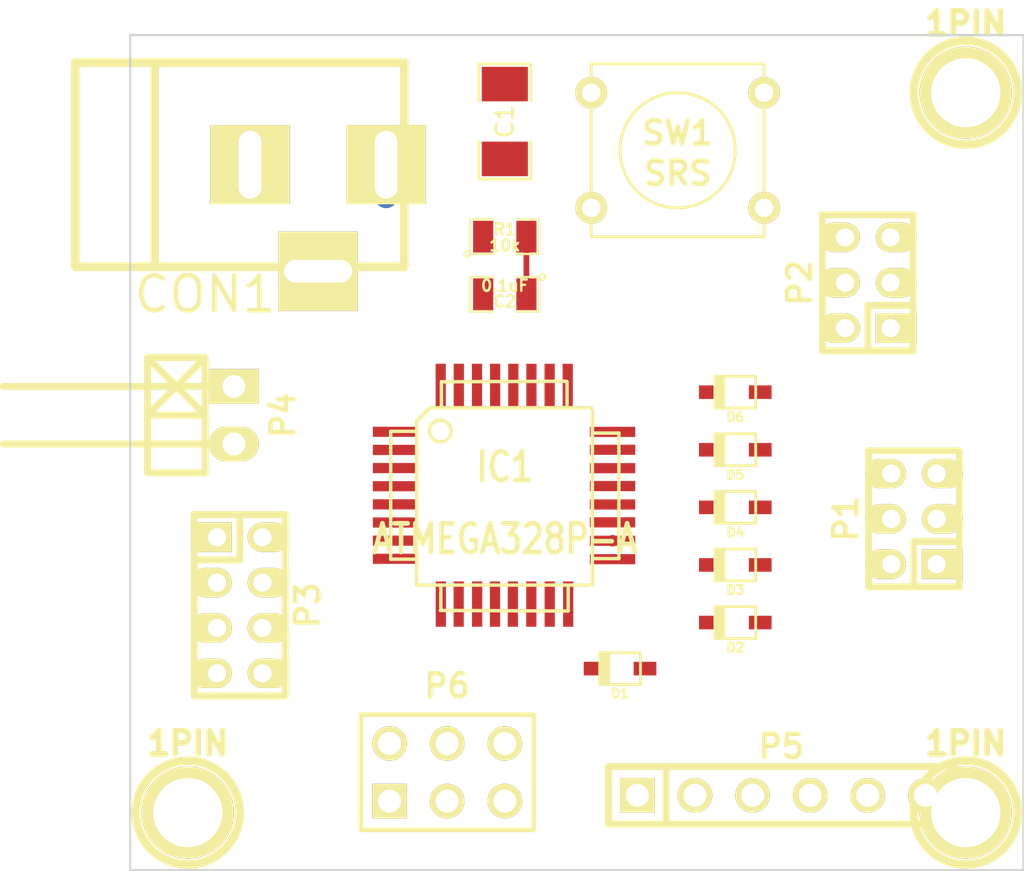
<source format=kicad_pcb>
(kicad_pcb (version 3) (host pcbnew "(2014-01-10 BZR 4027)-stable")

  (general
    (links 56)
    (no_connects 55)
    (area 150.550879 70.739 193.484501 110.617)
    (thickness 1.6)
    (drawings 4)
    (tracks 11)
    (zones 0)
    (modules 21)
    (nets 32)
  )

  (page A3)
  (layers
    (15 F.Cu signal)
    (0 B.Cu signal)
    (16 B.Adhes user)
    (17 F.Adhes user)
    (18 B.Paste user)
    (19 F.Paste user)
    (20 B.SilkS user)
    (21 F.SilkS user)
    (22 B.Mask user)
    (23 F.Mask user)
    (24 Dwgs.User user)
    (25 Cmts.User user)
    (26 Eco1.User user)
    (27 Eco2.User user)
    (28 Edge.Cuts user)
  )

  (setup
    (last_trace_width 0.254)
    (trace_clearance 0.254)
    (zone_clearance 0.508)
    (zone_45_only no)
    (trace_min 0.254)
    (segment_width 0.2)
    (edge_width 0.1)
    (via_size 0.889)
    (via_drill 0.635)
    (via_min_size 0.889)
    (via_min_drill 0.508)
    (uvia_size 0.508)
    (uvia_drill 0.127)
    (uvias_allowed no)
    (uvia_min_size 0.508)
    (uvia_min_drill 0.127)
    (pcb_text_width 0.3)
    (pcb_text_size 1.5 1.5)
    (mod_edge_width 0.15)
    (mod_text_size 1 1)
    (mod_text_width 0.15)
    (pad_size 4.064 4.064)
    (pad_drill 3.048)
    (pad_to_mask_clearance 0)
    (aux_axis_origin 0 0)
    (visible_elements 7FFFFBFF)
    (pcbplotparams
      (layerselection 3178497)
      (usegerberextensions true)
      (excludeedgelayer true)
      (linewidth 0.150000)
      (plotframeref false)
      (viasonmask false)
      (mode 1)
      (useauxorigin false)
      (hpglpennumber 1)
      (hpglpenspeed 20)
      (hpglpendiameter 15)
      (hpglpenoverlay 2)
      (psnegative false)
      (psa4output false)
      (plotreference true)
      (plotvalue true)
      (plotothertext true)
      (plotinvisibletext false)
      (padsonsilk false)
      (subtractmaskfromsilk false)
      (outputformat 1)
      (mirror false)
      (drillshape 1)
      (scaleselection 1)
      (outputdirectory ""))
  )

  (net 0 "")
  (net 1 GND)
  (net 2 N-000001)
  (net 3 N-0000010)
  (net 4 N-0000011)
  (net 5 N-0000012)
  (net 6 N-0000013)
  (net 7 N-0000014)
  (net 8 N-0000015)
  (net 9 N-0000016)
  (net 10 N-0000017)
  (net 11 N-0000018)
  (net 12 N-0000019)
  (net 13 N-000002)
  (net 14 N-0000020)
  (net 15 N-0000021)
  (net 16 N-0000024)
  (net 17 N-0000025)
  (net 18 N-0000026)
  (net 19 N-000003)
  (net 20 N-0000031)
  (net 21 N-0000032)
  (net 22 N-0000033)
  (net 23 N-0000034)
  (net 24 N-0000035)
  (net 25 N-000004)
  (net 26 N-000005)
  (net 27 N-000006)
  (net 28 N-000007)
  (net 29 N-000008)
  (net 30 N-000009)
  (net 31 VCC)

  (net_class Default "This is the default net class."
    (clearance 0.254)
    (trace_width 0.254)
    (via_dia 0.889)
    (via_drill 0.635)
    (uvia_dia 0.508)
    (uvia_drill 0.127)
    (add_net "")
    (add_net GND)
    (add_net N-000001)
    (add_net N-0000010)
    (add_net N-0000011)
    (add_net N-0000012)
    (add_net N-0000013)
    (add_net N-0000014)
    (add_net N-0000015)
    (add_net N-0000016)
    (add_net N-0000017)
    (add_net N-0000018)
    (add_net N-0000019)
    (add_net N-000002)
    (add_net N-0000020)
    (add_net N-0000021)
    (add_net N-0000024)
    (add_net N-0000025)
    (add_net N-0000026)
    (add_net N-000003)
    (add_net N-0000031)
    (add_net N-0000032)
    (add_net N-0000033)
    (add_net N-0000034)
    (add_net N-0000035)
    (add_net N-000004)
    (add_net N-000005)
    (add_net N-000006)
    (add_net N-000007)
    (add_net N-000008)
    (add_net N-000009)
  )

  (net_class PWR ""
    (clearance 0.508)
    (trace_width 1.016)
    (via_dia 0.889)
    (via_drill 0.635)
    (uvia_dia 0.508)
    (uvia_drill 0.127)
    (add_net VCC)
  )

  (net_class PWRIC ""
    (clearance 0.254)
    (trace_width 0.508)
    (via_dia 0.889)
    (via_drill 0.635)
    (uvia_dia 0.508)
    (uvia_drill 0.127)
  )

  (module TQFP32 (layer F.Cu) (tedit 5408BB72) (tstamp 5408CD8F)
    (at 170.18 92.71)
    (path /53F3A6E6)
    (fp_text reference IC1 (at 0 -1.27) (layer F.SilkS)
      (effects (font (size 1.27 1.016) (thickness 0.2032)))
    )
    (fp_text value ATMEGA328P-A (at 0 1.905) (layer F.SilkS)
      (effects (font (size 1.27 1.016) (thickness 0.2032)))
    )
    (fp_line (start 5.0292 2.7686) (end 3.8862 2.7686) (layer F.SilkS) (width 0.1524))
    (fp_line (start 5.0292 -2.7686) (end 3.9116 -2.7686) (layer F.SilkS) (width 0.1524))
    (fp_line (start 5.0292 2.7686) (end 5.0292 -2.7686) (layer F.SilkS) (width 0.1524))
    (fp_line (start 2.794 3.9624) (end 2.794 5.0546) (layer F.SilkS) (width 0.1524))
    (fp_line (start -2.8194 3.9878) (end -2.8194 5.0546) (layer F.SilkS) (width 0.1524))
    (fp_line (start -2.8448 5.0546) (end 2.794 5.08) (layer F.SilkS) (width 0.1524))
    (fp_line (start -2.794 -5.0292) (end 2.7178 -5.0546) (layer F.SilkS) (width 0.1524))
    (fp_line (start -3.8862 -3.2766) (end -3.8862 3.9116) (layer F.SilkS) (width 0.1524))
    (fp_line (start 2.7432 -5.0292) (end 2.7432 -3.9878) (layer F.SilkS) (width 0.1524))
    (fp_line (start -3.2512 -3.8862) (end 3.81 -3.8862) (layer F.SilkS) (width 0.1524))
    (fp_line (start 3.8608 3.937) (end 3.8608 -3.7846) (layer F.SilkS) (width 0.1524))
    (fp_line (start -3.8862 3.937) (end 3.7338 3.937) (layer F.SilkS) (width 0.1524))
    (fp_line (start -5.0292 -2.8448) (end -5.0292 2.794) (layer F.SilkS) (width 0.1524))
    (fp_line (start -5.0292 2.794) (end -3.8862 2.794) (layer F.SilkS) (width 0.1524))
    (fp_line (start -3.87604 -3.302) (end -3.29184 -3.8862) (layer F.SilkS) (width 0.1524))
    (fp_line (start -5.02412 -2.8448) (end -3.87604 -2.8448) (layer F.SilkS) (width 0.1524))
    (fp_line (start -2.794 -3.8862) (end -2.794 -5.03428) (layer F.SilkS) (width 0.1524))
    (fp_circle (center -2.83972 -2.86004) (end -2.43332 -2.60604) (layer F.SilkS) (width 0.1524))
    (pad 8 smd rect (at -4.81584 2.77622) (size 1.99898 0.44958)
      (layers F.Cu F.Paste F.Mask)
      (net 17 N-0000025)
    )
    (pad 7 smd rect (at -4.81584 1.97612) (size 1.99898 0.44958)
      (layers F.Cu F.Paste F.Mask)
    )
    (pad 6 smd rect (at -4.81584 1.17602) (size 1.99898 0.44958)
      (layers F.Cu F.Paste F.Mask)
      (net 31 VCC)
    )
    (pad 5 smd rect (at -4.81584 0.37592) (size 1.99898 0.44958)
      (layers F.Cu F.Paste F.Mask)
      (net 1 GND)
    )
    (pad 4 smd rect (at -4.81584 -0.42418) (size 1.99898 0.44958)
      (layers F.Cu F.Paste F.Mask)
      (net 31 VCC)
    )
    (pad 3 smd rect (at -4.81584 -1.22428) (size 1.99898 0.44958)
      (layers F.Cu F.Paste F.Mask)
      (net 1 GND)
    )
    (pad 2 smd rect (at -4.81584 -2.02438) (size 1.99898 0.44958)
      (layers F.Cu F.Paste F.Mask)
      (net 8 N-0000015)
    )
    (pad 1 smd rect (at -4.81584 -2.82448) (size 1.99898 0.44958)
      (layers F.Cu F.Paste F.Mask)
      (net 9 N-0000016)
    )
    (pad 24 smd rect (at 4.7498 -2.8194) (size 1.99898 0.44958)
      (layers F.Cu F.Paste F.Mask)
      (net 14 N-0000020)
    )
    (pad 17 smd rect (at 4.7498 2.794) (size 1.99898 0.44958)
      (layers F.Cu F.Paste F.Mask)
      (net 27 N-000006)
    )
    (pad 18 smd rect (at 4.7498 1.9812) (size 1.99898 0.44958)
      (layers F.Cu F.Paste F.Mask)
      (net 31 VCC)
    )
    (pad 19 smd rect (at 4.7498 1.1684) (size 1.99898 0.44958)
      (layers F.Cu F.Paste F.Mask)
    )
    (pad 20 smd rect (at 4.7498 0.381) (size 1.99898 0.44958)
      (layers F.Cu F.Paste F.Mask)
    )
    (pad 21 smd rect (at 4.7498 -0.4318) (size 1.99898 0.44958)
      (layers F.Cu F.Paste F.Mask)
      (net 1 GND)
    )
    (pad 22 smd rect (at 4.7498 -1.2192) (size 1.99898 0.44958)
      (layers F.Cu F.Paste F.Mask)
    )
    (pad 23 smd rect (at 4.7498 -2.032) (size 1.99898 0.44958)
      (layers F.Cu F.Paste F.Mask)
      (net 15 N-0000021)
    )
    (pad 32 smd rect (at -2.82448 -4.826) (size 0.44958 1.99898)
      (layers F.Cu F.Paste F.Mask)
      (net 2 N-000001)
    )
    (pad 31 smd rect (at -2.02692 -4.826) (size 0.44958 1.99898)
      (layers F.Cu F.Paste F.Mask)
      (net 13 N-000002)
    )
    (pad 30 smd rect (at -1.22428 -4.826) (size 0.44958 1.99898)
      (layers F.Cu F.Paste F.Mask)
      (net 16 N-0000024)
    )
    (pad 29 smd rect (at -0.42672 -4.826) (size 0.44958 1.99898)
      (layers F.Cu F.Paste F.Mask)
      (net 19 N-000003)
    )
    (pad 28 smd rect (at 0.37592 -4.826) (size 0.44958 1.99898)
      (layers F.Cu F.Paste F.Mask)
      (net 26 N-000005)
    )
    (pad 27 smd rect (at 1.17348 -4.826) (size 0.44958 1.99898)
      (layers F.Cu F.Paste F.Mask)
      (net 10 N-0000017)
    )
    (pad 26 smd rect (at 1.97612 -4.826) (size 0.44958 1.99898)
      (layers F.Cu F.Paste F.Mask)
      (net 11 N-0000018)
    )
    (pad 25 smd rect (at 2.77368 -4.826) (size 0.44958 1.99898)
      (layers F.Cu F.Paste F.Mask)
      (net 12 N-0000019)
    )
    (pad 9 smd rect (at -2.8194 4.7752) (size 0.44958 1.99898)
      (layers F.Cu F.Paste F.Mask)
      (net 7 N-0000014)
    )
    (pad 10 smd rect (at -2.032 4.7752) (size 0.44958 1.99898)
      (layers F.Cu F.Paste F.Mask)
      (net 6 N-0000013)
    )
    (pad 11 smd rect (at -1.2192 4.7752) (size 0.44958 1.99898)
      (layers F.Cu F.Paste F.Mask)
      (net 5 N-0000012)
    )
    (pad 12 smd rect (at -0.4318 4.7752) (size 0.44958 1.99898)
      (layers F.Cu F.Paste F.Mask)
      (net 4 N-0000011)
    )
    (pad 13 smd rect (at 0.3556 4.7752) (size 0.44958 1.99898)
      (layers F.Cu F.Paste F.Mask)
      (net 3 N-0000010)
    )
    (pad 14 smd rect (at 1.1684 4.7752) (size 0.44958 1.99898)
      (layers F.Cu F.Paste F.Mask)
      (net 30 N-000009)
    )
    (pad 15 smd rect (at 1.9812 4.7752) (size 0.44958 1.99898)
      (layers F.Cu F.Paste F.Mask)
      (net 29 N-000008)
    )
    (pad 16 smd rect (at 2.794 4.7752) (size 0.44958 1.99898)
      (layers F.Cu F.Paste F.Mask)
      (net 28 N-000007)
    )
    (model smd/tqfp32.wrl
      (at (xyz 0 0 0))
      (scale (xyz 1 1 1))
      (rotate (xyz 0 0 0))
    )
  )

  (module SW_PUSH_SMALL (layer F.Cu) (tedit 540F61FA) (tstamp 54086C72)
    (at 177.8 77.47)
    (path /53FA22FD)
    (fp_text reference SW1 (at 0 -0.762) (layer F.SilkS)
      (effects (font (size 1.016 1.016) (thickness 0.2032)))
    )
    (fp_text value SRS (at 0 1.016) (layer F.SilkS)
      (effects (font (size 1.016 1.016) (thickness 0.2032)))
    )
    (fp_circle (center 0 0) (end 0 -2.54) (layer F.SilkS) (width 0.127))
    (fp_line (start -3.81 -3.81) (end 3.81 -3.81) (layer F.SilkS) (width 0.127))
    (fp_line (start 3.81 -3.81) (end 3.81 3.81) (layer F.SilkS) (width 0.127))
    (fp_line (start 3.81 3.81) (end -3.81 3.81) (layer F.SilkS) (width 0.127))
    (fp_line (start -3.81 -3.81) (end -3.81 3.81) (layer F.SilkS) (width 0.127))
    (pad 1 thru_hole circle (at 3.81 -2.54) (size 1.397 1.397) (drill 0.8128)
      (layers *.Cu *.Mask F.SilkS)
      (net 17 N-0000025)
    )
    (pad 2 thru_hole circle (at 3.81 2.54) (size 1.397 1.397) (drill 0.8128)
      (layers *.Cu *.Mask F.SilkS)
      (net 1 GND)
    )
    (pad 1 thru_hole circle (at -3.81 -2.54) (size 1.397 1.397) (drill 0.8128)
      (layers *.Cu *.Mask F.SilkS)
      (net 17 N-0000025)
    )
    (pad 2 thru_hole circle (at -3.81 2.54) (size 1.397 1.397) (drill 0.8128)
      (layers *.Cu *.Mask F.SilkS)
      (net 1 GND)
    )
  )

  (module sod323 (layer F.Cu) (tedit 511019A4) (tstamp 54086C80)
    (at 175.26 100.33 180)
    (descr SOD323)
    (path /53F3AA52)
    (fp_text reference D1 (at 0 -1.09982 180) (layer F.SilkS)
      (effects (font (size 0.39878 0.39878) (thickness 0.09906)))
    )
    (fp_text value DIODE (at 0 1.19888 180) (layer F.SilkS) hide
      (effects (font (size 0.39878 0.39878) (thickness 0.09906)))
    )
    (fp_line (start 0.8001 -0.70104) (end 0.8001 0.70104) (layer F.SilkS) (width 0.127))
    (fp_line (start 0.70104 0.70104) (end 0.70104 -0.70104) (layer F.SilkS) (width 0.127))
    (fp_line (start 0.59944 -0.70104) (end 0.59944 0.70104) (layer F.SilkS) (width 0.127))
    (fp_line (start 0.50038 -0.70104) (end 0.50038 0.70104) (layer F.SilkS) (width 0.127))
    (fp_line (start 0.89916 -0.70104) (end -0.89916 -0.70104) (layer F.SilkS) (width 0.127))
    (fp_line (start -0.89916 -0.70104) (end -0.89916 0.70104) (layer F.SilkS) (width 0.127))
    (fp_line (start -0.89916 0.70104) (end 0.89916 0.70104) (layer F.SilkS) (width 0.127))
    (fp_line (start 0.89916 0.70104) (end 0.89916 -0.70104) (layer F.SilkS) (width 0.127))
    (pad 2 smd rect (at 1.09982 0 180) (size 1.00076 0.59944)
      (layers F.Cu F.Paste F.Mask)
      (net 4 N-0000011)
    )
    (pad 1 smd rect (at -1.09982 0 180) (size 1.00076 0.59944)
      (layers F.Cu F.Paste F.Mask)
      (net 18 N-0000026)
    )
    (model walter/smd_diode/sod323.wrl
      (at (xyz 0 0 0))
      (scale (xyz 1 1 1))
      (rotate (xyz 0 0 0))
    )
  )

  (module sod323 (layer F.Cu) (tedit 511019A4) (tstamp 54086C8E)
    (at 180.34 98.298 180)
    (descr SOD323)
    (path /53F3AAD7)
    (fp_text reference D2 (at 0 -1.09982 180) (layer F.SilkS)
      (effects (font (size 0.39878 0.39878) (thickness 0.09906)))
    )
    (fp_text value DIODE (at 0 1.19888 180) (layer F.SilkS) hide
      (effects (font (size 0.39878 0.39878) (thickness 0.09906)))
    )
    (fp_line (start 0.8001 -0.70104) (end 0.8001 0.70104) (layer F.SilkS) (width 0.127))
    (fp_line (start 0.70104 0.70104) (end 0.70104 -0.70104) (layer F.SilkS) (width 0.127))
    (fp_line (start 0.59944 -0.70104) (end 0.59944 0.70104) (layer F.SilkS) (width 0.127))
    (fp_line (start 0.50038 -0.70104) (end 0.50038 0.70104) (layer F.SilkS) (width 0.127))
    (fp_line (start 0.89916 -0.70104) (end -0.89916 -0.70104) (layer F.SilkS) (width 0.127))
    (fp_line (start -0.89916 -0.70104) (end -0.89916 0.70104) (layer F.SilkS) (width 0.127))
    (fp_line (start -0.89916 0.70104) (end 0.89916 0.70104) (layer F.SilkS) (width 0.127))
    (fp_line (start 0.89916 0.70104) (end 0.89916 -0.70104) (layer F.SilkS) (width 0.127))
    (pad 2 smd rect (at 1.09982 0 180) (size 1.00076 0.59944)
      (layers F.Cu F.Paste F.Mask)
      (net 3 N-0000010)
    )
    (pad 1 smd rect (at -1.09982 0 180) (size 1.00076 0.59944)
      (layers F.Cu F.Paste F.Mask)
      (net 24 N-0000035)
    )
    (model walter/smd_diode/sod323.wrl
      (at (xyz 0 0 0))
      (scale (xyz 1 1 1))
      (rotate (xyz 0 0 0))
    )
  )

  (module sod323 (layer F.Cu) (tedit 511019A4) (tstamp 54086C9C)
    (at 180.34 95.758 180)
    (descr SOD323)
    (path /53F3ACD2)
    (fp_text reference D3 (at 0 -1.09982 180) (layer F.SilkS)
      (effects (font (size 0.39878 0.39878) (thickness 0.09906)))
    )
    (fp_text value DIODE (at 0 1.19888 180) (layer F.SilkS) hide
      (effects (font (size 0.39878 0.39878) (thickness 0.09906)))
    )
    (fp_line (start 0.8001 -0.70104) (end 0.8001 0.70104) (layer F.SilkS) (width 0.127))
    (fp_line (start 0.70104 0.70104) (end 0.70104 -0.70104) (layer F.SilkS) (width 0.127))
    (fp_line (start 0.59944 -0.70104) (end 0.59944 0.70104) (layer F.SilkS) (width 0.127))
    (fp_line (start 0.50038 -0.70104) (end 0.50038 0.70104) (layer F.SilkS) (width 0.127))
    (fp_line (start 0.89916 -0.70104) (end -0.89916 -0.70104) (layer F.SilkS) (width 0.127))
    (fp_line (start -0.89916 -0.70104) (end -0.89916 0.70104) (layer F.SilkS) (width 0.127))
    (fp_line (start -0.89916 0.70104) (end 0.89916 0.70104) (layer F.SilkS) (width 0.127))
    (fp_line (start 0.89916 0.70104) (end 0.89916 -0.70104) (layer F.SilkS) (width 0.127))
    (pad 2 smd rect (at 1.09982 0 180) (size 1.00076 0.59944)
      (layers F.Cu F.Paste F.Mask)
      (net 30 N-000009)
    )
    (pad 1 smd rect (at -1.09982 0 180) (size 1.00076 0.59944)
      (layers F.Cu F.Paste F.Mask)
      (net 23 N-0000034)
    )
    (model walter/smd_diode/sod323.wrl
      (at (xyz 0 0 0))
      (scale (xyz 1 1 1))
      (rotate (xyz 0 0 0))
    )
  )

  (module sod323 (layer F.Cu) (tedit 511019A4) (tstamp 54086CAA)
    (at 180.34 93.218 180)
    (descr SOD323)
    (path /53F3ACD8)
    (fp_text reference D4 (at 0 -1.09982 180) (layer F.SilkS)
      (effects (font (size 0.39878 0.39878) (thickness 0.09906)))
    )
    (fp_text value DIODE (at 0 1.19888 180) (layer F.SilkS) hide
      (effects (font (size 0.39878 0.39878) (thickness 0.09906)))
    )
    (fp_line (start 0.8001 -0.70104) (end 0.8001 0.70104) (layer F.SilkS) (width 0.127))
    (fp_line (start 0.70104 0.70104) (end 0.70104 -0.70104) (layer F.SilkS) (width 0.127))
    (fp_line (start 0.59944 -0.70104) (end 0.59944 0.70104) (layer F.SilkS) (width 0.127))
    (fp_line (start 0.50038 -0.70104) (end 0.50038 0.70104) (layer F.SilkS) (width 0.127))
    (fp_line (start 0.89916 -0.70104) (end -0.89916 -0.70104) (layer F.SilkS) (width 0.127))
    (fp_line (start -0.89916 -0.70104) (end -0.89916 0.70104) (layer F.SilkS) (width 0.127))
    (fp_line (start -0.89916 0.70104) (end 0.89916 0.70104) (layer F.SilkS) (width 0.127))
    (fp_line (start 0.89916 0.70104) (end 0.89916 -0.70104) (layer F.SilkS) (width 0.127))
    (pad 2 smd rect (at 1.09982 0 180) (size 1.00076 0.59944)
      (layers F.Cu F.Paste F.Mask)
      (net 29 N-000008)
    )
    (pad 1 smd rect (at -1.09982 0 180) (size 1.00076 0.59944)
      (layers F.Cu F.Paste F.Mask)
      (net 22 N-0000033)
    )
    (model walter/smd_diode/sod323.wrl
      (at (xyz 0 0 0))
      (scale (xyz 1 1 1))
      (rotate (xyz 0 0 0))
    )
  )

  (module sod323 (layer F.Cu) (tedit 511019A4) (tstamp 54086CB8)
    (at 180.34 90.678 180)
    (descr SOD323)
    (path /53F3ACEC)
    (fp_text reference D5 (at 0 -1.09982 180) (layer F.SilkS)
      (effects (font (size 0.39878 0.39878) (thickness 0.09906)))
    )
    (fp_text value DIODE (at 0 1.19888 180) (layer F.SilkS) hide
      (effects (font (size 0.39878 0.39878) (thickness 0.09906)))
    )
    (fp_line (start 0.8001 -0.70104) (end 0.8001 0.70104) (layer F.SilkS) (width 0.127))
    (fp_line (start 0.70104 0.70104) (end 0.70104 -0.70104) (layer F.SilkS) (width 0.127))
    (fp_line (start 0.59944 -0.70104) (end 0.59944 0.70104) (layer F.SilkS) (width 0.127))
    (fp_line (start 0.50038 -0.70104) (end 0.50038 0.70104) (layer F.SilkS) (width 0.127))
    (fp_line (start 0.89916 -0.70104) (end -0.89916 -0.70104) (layer F.SilkS) (width 0.127))
    (fp_line (start -0.89916 -0.70104) (end -0.89916 0.70104) (layer F.SilkS) (width 0.127))
    (fp_line (start -0.89916 0.70104) (end 0.89916 0.70104) (layer F.SilkS) (width 0.127))
    (fp_line (start 0.89916 0.70104) (end 0.89916 -0.70104) (layer F.SilkS) (width 0.127))
    (pad 2 smd rect (at 1.09982 0 180) (size 1.00076 0.59944)
      (layers F.Cu F.Paste F.Mask)
      (net 28 N-000007)
    )
    (pad 1 smd rect (at -1.09982 0 180) (size 1.00076 0.59944)
      (layers F.Cu F.Paste F.Mask)
      (net 21 N-0000032)
    )
    (model walter/smd_diode/sod323.wrl
      (at (xyz 0 0 0))
      (scale (xyz 1 1 1))
      (rotate (xyz 0 0 0))
    )
  )

  (module sod323 (layer F.Cu) (tedit 511019A4) (tstamp 54086CC6)
    (at 180.34 88.138 180)
    (descr SOD323)
    (path /53F3ACF3)
    (fp_text reference D6 (at 0 -1.09982 180) (layer F.SilkS)
      (effects (font (size 0.39878 0.39878) (thickness 0.09906)))
    )
    (fp_text value DIODE (at 0 1.19888 180) (layer F.SilkS) hide
      (effects (font (size 0.39878 0.39878) (thickness 0.09906)))
    )
    (fp_line (start 0.8001 -0.70104) (end 0.8001 0.70104) (layer F.SilkS) (width 0.127))
    (fp_line (start 0.70104 0.70104) (end 0.70104 -0.70104) (layer F.SilkS) (width 0.127))
    (fp_line (start 0.59944 -0.70104) (end 0.59944 0.70104) (layer F.SilkS) (width 0.127))
    (fp_line (start 0.50038 -0.70104) (end 0.50038 0.70104) (layer F.SilkS) (width 0.127))
    (fp_line (start 0.89916 -0.70104) (end -0.89916 -0.70104) (layer F.SilkS) (width 0.127))
    (fp_line (start -0.89916 -0.70104) (end -0.89916 0.70104) (layer F.SilkS) (width 0.127))
    (fp_line (start -0.89916 0.70104) (end 0.89916 0.70104) (layer F.SilkS) (width 0.127))
    (fp_line (start 0.89916 0.70104) (end 0.89916 -0.70104) (layer F.SilkS) (width 0.127))
    (pad 2 smd rect (at 1.09982 0 180) (size 1.00076 0.59944)
      (layers F.Cu F.Paste F.Mask)
      (net 27 N-000006)
    )
    (pad 1 smd rect (at -1.09982 0 180) (size 1.00076 0.59944)
      (layers F.Cu F.Paste F.Mask)
      (net 20 N-0000031)
    )
    (model walter/smd_diode/sod323.wrl
      (at (xyz 0 0 0))
      (scale (xyz 1 1 1))
      (rotate (xyz 0 0 0))
    )
  )

  (module SM1206 (layer F.Cu) (tedit 42806E24) (tstamp 54086CD2)
    (at 170.18 76.2 90)
    (path /53FCF596)
    (attr smd)
    (fp_text reference C1 (at 0 0 90) (layer F.SilkS)
      (effects (font (size 0.762 0.762) (thickness 0.127)))
    )
    (fp_text value 10uF (at 0 0 90) (layer F.SilkS) hide
      (effects (font (size 0.762 0.762) (thickness 0.127)))
    )
    (fp_line (start -2.54 -1.143) (end -2.54 1.143) (layer F.SilkS) (width 0.127))
    (fp_line (start -2.54 1.143) (end -0.889 1.143) (layer F.SilkS) (width 0.127))
    (fp_line (start 0.889 -1.143) (end 2.54 -1.143) (layer F.SilkS) (width 0.127))
    (fp_line (start 2.54 -1.143) (end 2.54 1.143) (layer F.SilkS) (width 0.127))
    (fp_line (start 2.54 1.143) (end 0.889 1.143) (layer F.SilkS) (width 0.127))
    (fp_line (start -0.889 -1.143) (end -2.54 -1.143) (layer F.SilkS) (width 0.127))
    (pad 1 smd rect (at -1.651 0 90) (size 1.524 2.032)
      (layers F.Cu F.Paste F.Mask)
      (net 31 VCC)
    )
    (pad 2 smd rect (at 1.651 0 90) (size 1.524 2.032)
      (layers F.Cu F.Paste F.Mask)
      (net 1 GND)
    )
    (model smd/chip_cms.wrl
      (at (xyz 0 0 0))
      (scale (xyz 0.17 0.16 0.16))
      (rotate (xyz 0 0 0))
    )
  )

  (module SM0805 (layer F.Cu) (tedit 5091495C) (tstamp 54086CDF)
    (at 170.18 81.28)
    (path /53FCE49F)
    (attr smd)
    (fp_text reference R1 (at 0 -0.3175) (layer F.SilkS)
      (effects (font (size 0.50038 0.50038) (thickness 0.10922)))
    )
    (fp_text value 10k (at 0 0.381) (layer F.SilkS)
      (effects (font (size 0.50038 0.50038) (thickness 0.10922)))
    )
    (fp_circle (center -1.651 0.762) (end -1.651 0.635) (layer F.SilkS) (width 0.09906))
    (fp_line (start -0.508 0.762) (end -1.524 0.762) (layer F.SilkS) (width 0.09906))
    (fp_line (start -1.524 0.762) (end -1.524 -0.762) (layer F.SilkS) (width 0.09906))
    (fp_line (start -1.524 -0.762) (end -0.508 -0.762) (layer F.SilkS) (width 0.09906))
    (fp_line (start 0.508 -0.762) (end 1.524 -0.762) (layer F.SilkS) (width 0.09906))
    (fp_line (start 1.524 -0.762) (end 1.524 0.762) (layer F.SilkS) (width 0.09906))
    (fp_line (start 1.524 0.762) (end 0.508 0.762) (layer F.SilkS) (width 0.09906))
    (pad 1 smd rect (at -0.9525 0) (size 0.889 1.397)
      (layers F.Cu F.Paste F.Mask)
      (net 31 VCC)
    )
    (pad 2 smd rect (at 0.9525 0) (size 0.889 1.397)
      (layers F.Cu F.Paste F.Mask)
      (net 19 N-000003)
    )
    (model smd/chip_cms.wrl
      (at (xyz 0 0 0))
      (scale (xyz 0.1 0.1 0.1))
      (rotate (xyz 0 0 0))
    )
  )

  (module SM0805 (layer F.Cu) (tedit 5091495C) (tstamp 54086CEC)
    (at 170.18 83.82 180)
    (path /53FCE3B4)
    (attr smd)
    (fp_text reference C2 (at 0 -0.3175 180) (layer F.SilkS)
      (effects (font (size 0.50038 0.50038) (thickness 0.10922)))
    )
    (fp_text value 0.1uF (at 0 0.381 180) (layer F.SilkS)
      (effects (font (size 0.50038 0.50038) (thickness 0.10922)))
    )
    (fp_circle (center -1.651 0.762) (end -1.651 0.635) (layer F.SilkS) (width 0.09906))
    (fp_line (start -0.508 0.762) (end -1.524 0.762) (layer F.SilkS) (width 0.09906))
    (fp_line (start -1.524 0.762) (end -1.524 -0.762) (layer F.SilkS) (width 0.09906))
    (fp_line (start -1.524 -0.762) (end -0.508 -0.762) (layer F.SilkS) (width 0.09906))
    (fp_line (start 0.508 -0.762) (end 1.524 -0.762) (layer F.SilkS) (width 0.09906))
    (fp_line (start 1.524 -0.762) (end 1.524 0.762) (layer F.SilkS) (width 0.09906))
    (fp_line (start 1.524 0.762) (end 0.508 0.762) (layer F.SilkS) (width 0.09906))
    (pad 1 smd rect (at -0.9525 0 180) (size 0.889 1.397)
      (layers F.Cu F.Paste F.Mask)
      (net 19 N-000003)
    )
    (pad 2 smd rect (at 0.9525 0 180) (size 0.889 1.397)
      (layers F.Cu F.Paste F.Mask)
      (net 25 N-000004)
    )
    (model smd/chip_cms.wrl
      (at (xyz 0 0 0))
      (scale (xyz 0.1 0.1 0.1))
      (rotate (xyz 0 0 0))
    )
  )

  (module BARREL_JACK (layer F.Cu) (tedit 54155EF8) (tstamp 54155EB4)
    (at 158.75 78.105)
    (descr "DC Barrel Jack")
    (tags "Power Jack")
    (path /53FA2BF3)
    (fp_text reference CON1 (at -1.778 5.715) (layer F.SilkS)
      (effects (font (size 1.54 1.54) (thickness 0.2032)))
    )
    (fp_text value BARREL_JACK (at 0 -5.99948) (layer F.SilkS) hide
      (effects (font (size 1.016 1.016) (thickness 0.2032)))
    )
    (fp_line (start -4.0005 -4.50088) (end -4.0005 4.50088) (layer F.SilkS) (width 0.381))
    (fp_line (start -7.50062 -4.50088) (end -7.50062 4.50088) (layer F.SilkS) (width 0.381))
    (fp_line (start -7.50062 4.50088) (end 7.00024 4.50088) (layer F.SilkS) (width 0.381))
    (fp_line (start 7.00024 4.50088) (end 7.00024 -4.50088) (layer F.SilkS) (width 0.381))
    (fp_line (start 7.00024 -4.50088) (end -7.50062 -4.50088) (layer F.SilkS) (width 0.381))
    (pad 1 thru_hole rect (at 6.20014 0) (size 3.50012 3.50012) (drill oval 1.00076 2.99974)
      (layers *.Cu *.Mask F.SilkS)
      (net 31 VCC)
    )
    (pad 2 thru_hole rect (at 0.20066 0) (size 3.50012 3.50012) (drill oval 1.00076 2.99974)
      (layers *.Cu *.Mask F.SilkS)
      (net 1 GND)
    )
    (pad 3 thru_hole rect (at 3.2004 4.699) (size 3.50012 3.50012) (drill oval 2.99974 1.00076)
      (layers *.Cu *.Mask F.SilkS)
      (net 1 GND)
    )
  )

  (module 1pin (layer F.Cu) (tedit 200000) (tstamp 541C99F1)
    (at 190.5 106.68)
    (descr "module 1 pin (ou trou mecanique de percage)")
    (tags DEV)
    (path 1pin)
    (fp_text reference 1PIN (at 0 -3.048) (layer F.SilkS)
      (effects (font (size 1.016 1.016) (thickness 0.254)))
    )
    (fp_text value P*** (at 0 2.794) (layer F.SilkS) hide
      (effects (font (size 1.016 1.016) (thickness 0.254)))
    )
    (fp_circle (center 0 0) (end 0 -2.286) (layer F.SilkS) (width 0.381))
    (pad 1 thru_hole circle (at 0 0) (size 4.064 4.064) (drill 3.048)
      (layers *.Cu *.Mask F.SilkS)
    )
  )

  (module 1pin (layer F.Cu) (tedit 200000) (tstamp 541C9A06)
    (at 190.5 74.93)
    (descr "module 1 pin (ou trou mecanique de percage)")
    (tags DEV)
    (path 1pin)
    (fp_text reference 1PIN (at 0 -3.048) (layer F.SilkS)
      (effects (font (size 1.016 1.016) (thickness 0.254)))
    )
    (fp_text value P*** (at 0 2.794) (layer F.SilkS) hide
      (effects (font (size 1.016 1.016) (thickness 0.254)))
    )
    (fp_circle (center 0 0) (end 0 -2.286) (layer F.SilkS) (width 0.381))
    (pad 1 thru_hole circle (at 0 0) (size 4.064 4.064) (drill 3.048)
      (layers *.Cu *.Mask F.SilkS)
    )
  )

  (module 1pin (layer F.Cu) (tedit 54105E81) (tstamp 541C9A11)
    (at 156.21 106.68)
    (descr "module 1 pin (ou trou mecanique de percage)")
    (tags DEV)
    (path 1pin)
    (fp_text reference 1PIN (at 0 -3.048) (layer F.SilkS)
      (effects (font (size 1.016 1.016) (thickness 0.254)))
    )
    (fp_text value P*** (at 0 2.794) (layer F.SilkS) hide
      (effects (font (size 1.016 1.016) (thickness 0.254)))
    )
    (fp_circle (center 0 0) (end 0 -2.286) (layer F.SilkS) (width 0.381))
    (pad 1 thru_hole circle (at 0 0) (size 4.064 4.064) (drill 3.048)
      (layers *.Cu *.Mask F.SilkS)
      (clearance 1)
    )
  )

  (module pin_socket_2mm_4x2 (layer F.Cu) (tedit 52DECF75) (tstamp 54155E13)
    (at 158.496 97.536 270)
    (descr "Pin socket 2mm 4x2pin")
    (tags "CONN DEV")
    (path /5411ADE2)
    (fp_text reference P3 (at 0 -3 270) (layer F.SilkS)
      (effects (font (size 1.016 1.016) (thickness 0.2032)))
    )
    (fp_text value CONN_8 (at 0 -5 270) (layer F.SilkS) hide
      (effects (font (size 1.016 0.889) (thickness 0.2032)))
    )
    (fp_line (start -4 0) (end -2 0) (layer F.SilkS) (width 0.3048))
    (fp_line (start 4 -2) (end 4 2) (layer F.SilkS) (width 0.3048))
    (fp_line (start 4 2) (end -4 2) (layer F.SilkS) (width 0.3048))
    (fp_line (start -4 -2) (end 4 -2) (layer F.SilkS) (width 0.3048))
    (fp_line (start -4 2) (end -4 -2) (layer F.SilkS) (width 0.3048))
    (fp_line (start -2 0) (end -2 2) (layer F.SilkS) (width 0.3048))
    (pad 1 thru_hole rect (at -3 1 270) (size 1.3 1.8) (drill 0.8 (offset 0 0.25))
      (layers *.Cu *.Mask F.SilkS)
      (net 16 N-0000024)
    )
    (pad 2 thru_hole oval (at -3 -1 270) (size 1.3 1.8) (drill 0.8 (offset 0 -0.25))
      (layers *.Cu *.Mask F.SilkS)
      (net 13 N-000002)
    )
    (pad 3 thru_hole oval (at -1 1 270) (size 1.3 1.8) (drill 0.8 (offset 0 0.25))
      (layers *.Cu *.Mask F.SilkS)
      (net 2 N-000001)
    )
    (pad 4 thru_hole oval (at -1 -1 270) (size 1.3 1.8) (drill 0.8 (offset 0 -0.25))
      (layers *.Cu *.Mask F.SilkS)
      (net 9 N-0000016)
    )
    (pad 5 thru_hole oval (at 1 1 270) (size 1.3 1.8) (drill 0.8 (offset 0 0.25))
      (layers *.Cu *.Mask F.SilkS)
      (net 8 N-0000015)
    )
    (pad 6 thru_hole oval (at 1 -1 270) (size 1.3 1.8) (drill 0.8 (offset 0 -0.25))
      (layers *.Cu *.Mask F.SilkS)
      (net 7 N-0000014)
    )
    (pad 7 thru_hole oval (at 3 1 270) (size 1.3 1.8) (drill 0.8 (offset 0 0.25))
      (layers *.Cu *.Mask F.SilkS)
      (net 6 N-0000013)
    )
    (pad 8 thru_hole oval (at 3 -1 270) (size 1.3 1.8) (drill 0.8 (offset 0 -0.25))
      (layers *.Cu *.Mask F.SilkS)
      (net 5 N-0000012)
    )
    (model walter/pin_strip/pin_socket_2mm_4x2.wrl
      (at (xyz 0 0 0))
      (scale (xyz 1 1 1))
      (rotate (xyz 0 0 0))
    )
  )

  (module pin_socket_2mm_3x2 (layer F.Cu) (tedit 52DECF95) (tstamp 54155E23)
    (at 186.182 83.312 90)
    (descr "Pin socket 2mm 3x2pin")
    (tags "CONN DEV")
    (path /540475A9)
    (fp_text reference P2 (at 0 -3 90) (layer F.SilkS)
      (effects (font (size 1.016 1.016) (thickness 0.2032)))
    )
    (fp_text value CONN_6 (at 0 -5 90) (layer F.SilkS) hide
      (effects (font (size 1.016 0.889) (thickness 0.2032)))
    )
    (fp_line (start -3 0) (end -1 0) (layer F.SilkS) (width 0.3048))
    (fp_line (start 3 -2) (end 3 2) (layer F.SilkS) (width 0.3048))
    (fp_line (start 3 2) (end -3 2) (layer F.SilkS) (width 0.3048))
    (fp_line (start -3 -2) (end 3 -2) (layer F.SilkS) (width 0.3048))
    (fp_line (start -3 2) (end -3 -2) (layer F.SilkS) (width 0.3048))
    (fp_line (start -1 0) (end -1 2) (layer F.SilkS) (width 0.3048))
    (pad 1 thru_hole rect (at -2 1 90) (size 1.3 1.8) (drill 0.8 (offset 0 0.25))
      (layers *.Cu *.Mask F.SilkS)
      (net 15 N-0000021)
    )
    (pad 2 thru_hole oval (at -2 -1 90) (size 1.3 1.8) (drill 0.8 (offset 0 -0.25))
      (layers *.Cu *.Mask F.SilkS)
      (net 14 N-0000020)
    )
    (pad 3 thru_hole oval (at 0 1 90) (size 1.3 1.8) (drill 0.8 (offset 0 0.25))
      (layers *.Cu *.Mask F.SilkS)
      (net 12 N-0000019)
    )
    (pad 4 thru_hole oval (at 0 -1 90) (size 1.3 1.8) (drill 0.8 (offset 0 -0.25))
      (layers *.Cu *.Mask F.SilkS)
      (net 11 N-0000018)
    )
    (pad 5 thru_hole oval (at 2 1 90) (size 1.3 1.8) (drill 0.8 (offset 0 0.25))
      (layers *.Cu *.Mask F.SilkS)
      (net 10 N-0000017)
    )
    (pad 6 thru_hole oval (at 2 -1 90) (size 1.3 1.8) (drill 0.8 (offset 0 -0.25))
      (layers *.Cu *.Mask F.SilkS)
      (net 26 N-000005)
    )
    (model walter/pin_strip/pin_socket_2mm_3x2.wrl
      (at (xyz 0 0 0))
      (scale (xyz 1 1 1))
      (rotate (xyz 0 0 0))
    )
  )

  (module pin_socket_2mm_3x2 (layer F.Cu) (tedit 52DECF95) (tstamp 54155E33)
    (at 188.214 93.726 90)
    (descr "Pin socket 2mm 3x2pin")
    (tags "CONN DEV")
    (path /5404826A)
    (fp_text reference P1 (at 0 -3 90) (layer F.SilkS)
      (effects (font (size 1.016 1.016) (thickness 0.2032)))
    )
    (fp_text value CONN_6 (at 0 -5 90) (layer F.SilkS) hide
      (effects (font (size 1.016 0.889) (thickness 0.2032)))
    )
    (fp_line (start -3 0) (end -1 0) (layer F.SilkS) (width 0.3048))
    (fp_line (start 3 -2) (end 3 2) (layer F.SilkS) (width 0.3048))
    (fp_line (start 3 2) (end -3 2) (layer F.SilkS) (width 0.3048))
    (fp_line (start -3 -2) (end 3 -2) (layer F.SilkS) (width 0.3048))
    (fp_line (start -3 2) (end -3 -2) (layer F.SilkS) (width 0.3048))
    (fp_line (start -1 0) (end -1 2) (layer F.SilkS) (width 0.3048))
    (pad 1 thru_hole rect (at -2 1 90) (size 1.3 1.8) (drill 0.8 (offset 0 0.25))
      (layers *.Cu *.Mask F.SilkS)
      (net 18 N-0000026)
    )
    (pad 2 thru_hole oval (at -2 -1 90) (size 1.3 1.8) (drill 0.8 (offset 0 -0.25))
      (layers *.Cu *.Mask F.SilkS)
      (net 24 N-0000035)
    )
    (pad 3 thru_hole oval (at 0 1 90) (size 1.3 1.8) (drill 0.8 (offset 0 0.25))
      (layers *.Cu *.Mask F.SilkS)
      (net 23 N-0000034)
    )
    (pad 4 thru_hole oval (at 0 -1 90) (size 1.3 1.8) (drill 0.8 (offset 0 -0.25))
      (layers *.Cu *.Mask F.SilkS)
      (net 22 N-0000033)
    )
    (pad 5 thru_hole oval (at 2 1 90) (size 1.3 1.8) (drill 0.8 (offset 0 0.25))
      (layers *.Cu *.Mask F.SilkS)
      (net 21 N-0000032)
    )
    (pad 6 thru_hole oval (at 2 -1 90) (size 1.3 1.8) (drill 0.8 (offset 0 -0.25))
      (layers *.Cu *.Mask F.SilkS)
      (net 20 N-0000031)
    )
    (model walter/pin_strip/pin_socket_2mm_3x2.wrl
      (at (xyz 0 0 0))
      (scale (xyz 1 1 1))
      (rotate (xyz 0 0 0))
    )
  )

  (module pin_array_3x2 (layer F.Cu) (tedit 42931587) (tstamp 54155E41)
    (at 167.64 104.902)
    (descr "Double rangee de contacts 2 x 4 pins")
    (tags CONN)
    (path /53FCECA3)
    (fp_text reference P6 (at 0 -3.81) (layer F.SilkS)
      (effects (font (size 1.016 1.016) (thickness 0.2032)))
    )
    (fp_text value CONN_6 (at 0 3.81) (layer F.SilkS) hide
      (effects (font (size 1.016 1.016) (thickness 0.2032)))
    )
    (fp_line (start 3.81 2.54) (end -3.81 2.54) (layer F.SilkS) (width 0.2032))
    (fp_line (start -3.81 -2.54) (end 3.81 -2.54) (layer F.SilkS) (width 0.2032))
    (fp_line (start 3.81 -2.54) (end 3.81 2.54) (layer F.SilkS) (width 0.2032))
    (fp_line (start -3.81 2.54) (end -3.81 -2.54) (layer F.SilkS) (width 0.2032))
    (pad 1 thru_hole rect (at -2.54 1.27) (size 1.524 1.524) (drill 1.016)
      (layers *.Cu *.Mask F.SilkS)
      (net 28 N-000007)
    )
    (pad 2 thru_hole circle (at -2.54 -1.27) (size 1.524 1.524) (drill 1.016)
      (layers *.Cu *.Mask F.SilkS)
      (net 31 VCC)
    )
    (pad 3 thru_hole circle (at 0 1.27) (size 1.524 1.524) (drill 1.016)
      (layers *.Cu *.Mask F.SilkS)
      (net 27 N-000006)
    )
    (pad 4 thru_hole circle (at 0 -1.27) (size 1.524 1.524) (drill 1.016)
      (layers *.Cu *.Mask F.SilkS)
      (net 29 N-000008)
    )
    (pad 5 thru_hole circle (at 2.54 1.27) (size 1.524 1.524) (drill 1.016)
      (layers *.Cu *.Mask F.SilkS)
      (net 19 N-000003)
    )
    (pad 6 thru_hole circle (at 2.54 -1.27) (size 1.524 1.524) (drill 1.016)
      (layers *.Cu *.Mask F.SilkS)
      (net 1 GND)
    )
    (model pin_array/pins_array_3x2.wrl
      (at (xyz 0 0 0))
      (scale (xyz 1 1 1))
      (rotate (xyz 0 0 0))
    )
  )

  (module PIN_ARRAY-6X1 (layer F.Cu) (tedit 41402119) (tstamp 54086D0C)
    (at 182.372 105.918)
    (descr "Connecteur 6 pins")
    (tags "CONN DEV")
    (path /53FA2625)
    (fp_text reference P5 (at 0 -2.159) (layer F.SilkS)
      (effects (font (size 1.016 1.016) (thickness 0.2032)))
    )
    (fp_text value CONN_6 (at 0 2.159) (layer F.SilkS) hide
      (effects (font (size 1.016 0.889) (thickness 0.2032)))
    )
    (fp_line (start -7.62 1.27) (end -7.62 -1.27) (layer F.SilkS) (width 0.3048))
    (fp_line (start -7.62 -1.27) (end 7.62 -1.27) (layer F.SilkS) (width 0.3048))
    (fp_line (start 7.62 -1.27) (end 7.62 1.27) (layer F.SilkS) (width 0.3048))
    (fp_line (start 7.62 1.27) (end -7.62 1.27) (layer F.SilkS) (width 0.3048))
    (fp_line (start -5.08 1.27) (end -5.08 -1.27) (layer F.SilkS) (width 0.3048))
    (pad 1 thru_hole rect (at -6.35 0) (size 1.524 1.524) (drill 1.016)
      (layers *.Cu *.Mask F.SilkS)
      (net 25 N-000004)
    )
    (pad 2 thru_hole circle (at -3.81 0) (size 1.524 1.524) (drill 1.016)
      (layers *.Cu *.Mask F.SilkS)
      (net 13 N-000002)
    )
    (pad 3 thru_hole circle (at -1.27 0) (size 1.524 1.524) (drill 1.016)
      (layers *.Cu *.Mask F.SilkS)
      (net 16 N-0000024)
    )
    (pad 4 thru_hole circle (at 1.27 0) (size 1.524 1.524) (drill 1.016)
      (layers *.Cu *.Mask F.SilkS)
      (net 31 VCC)
    )
    (pad 5 thru_hole circle (at 3.81 0) (size 1.524 1.524) (drill 1.016)
      (layers *.Cu *.Mask F.SilkS)
      (net 1 GND)
    )
    (pad 6 thru_hole circle (at 6.35 0) (size 1.524 1.524) (drill 1.016)
      (layers *.Cu *.Mask F.SilkS)
      (net 1 GND)
    )
    (model pin_array/pins_array_6x1.wrl
      (at (xyz 0 0 0))
      (scale (xyz 1 1 1))
      (rotate (xyz 0 0 0))
    )
  )

  (module pin_strip_2-90 (layer F.Cu) (tedit 4EF89145) (tstamp 54086D1B)
    (at 158.242 89.154 270)
    (descr "Pin strip 2pin 90")
    (tags "CONN DEV")
    (path /5411AEED)
    (fp_text reference P4 (at 0 -2.159 270) (layer F.SilkS)
      (effects (font (size 1.016 1.016) (thickness 0.2032)))
    )
    (fp_text value CONN_2 (at 0.254 -3.556 270) (layer F.SilkS) hide
      (effects (font (size 1.016 0.889) (thickness 0.2032)))
    )
    (fp_line (start 0 3.81) (end -2.54 1.27) (layer F.SilkS) (width 0.3048))
    (fp_line (start 0 3.81) (end 0 1.27) (layer F.SilkS) (width 0.3048))
    (fp_line (start 0 1.27) (end -2.54 3.81) (layer F.SilkS) (width 0.3048))
    (fp_line (start -2.54 3.81) (end 2.54 3.81) (layer F.SilkS) (width 0.3048))
    (fp_line (start 2.54 3.81) (end 2.54 1.27) (layer F.SilkS) (width 0.3048))
    (fp_line (start 2.54 1.27) (end -2.54 1.27) (layer F.SilkS) (width 0.3048))
    (fp_line (start -1.27 0) (end -1.27 10.16) (layer F.SilkS) (width 0.3048))
    (fp_line (start 1.27 0) (end 1.27 10.16) (layer F.SilkS) (width 0.3048))
    (fp_line (start -2.54 3.81) (end -2.54 1.27) (layer F.SilkS) (width 0.3048))
    (pad 1 thru_hole rect (at -1.27 0 270) (size 1.524 2.19964) (drill 1.00076)
      (layers *.Cu *.Mask F.SilkS)
      (net 31 VCC)
    )
    (pad 2 thru_hole oval (at 1.27 0 270) (size 1.524 2.19964) (drill 1.00076)
      (layers *.Cu *.Mask F.SilkS)
      (net 1 GND)
    )
    (model walter/pin_strip/pin_strip_2-90.wrl
      (at (xyz 0 0 0))
      (scale (xyz 1 1 1))
      (rotate (xyz 0 0 0))
    )
  )

  (gr_line (start 153.67 109.22) (end 153.67 72.39) (angle 90) (layer Edge.Cuts) (width 0.1))
  (gr_line (start 193.04 109.22) (end 153.67 109.22) (angle 90) (layer Edge.Cuts) (width 0.1))
  (gr_line (start 193.04 72.39) (end 193.04 109.22) (angle 90) (layer Edge.Cuts) (width 0.1))
  (gr_line (start 153.67 72.39) (end 193.04 72.39) (angle 90) (layer Edge.Cuts) (width 0.1))

  (segment (start 165.357 90.678) (end 165.3588 90.6799) (width 0.254) (layer F.Cu) (net 8))
  (segment (start 165.3588 90.6799) (end 165.364 90.6856) (width 0.254) (layer F.Cu) (net 8))
  (segment (start 165.3642 90.6856) (end 165.364 90.6856) (width 0.254) (layer F.Cu) (net 8))
  (segment (start 171.1325 81.28) (end 171.1325 83.82) (width 0.254) (layer F.Cu) (net 19))
  (segment (start 171.323 97.5106) (end 171.3293 97.5042) (width 0.254) (layer F.Cu) (net 30))
  (segment (start 171.3293 97.5042) (end 171.348 97.4852) (width 0.254) (layer F.Cu) (net 30))
  (segment (start 171.3484 97.4852) (end 171.348 97.4852) (width 0.254) (layer F.Cu) (net 30))
  (segment (start 174.9298 94.6912) (end 174.93 94.6912) (width 0.508) (layer F.Cu) (net 31))
  (segment (start 164.95 78.105) (end 164.95 79.5159) (width 1.016) (layer B.Cu) (net 31))
  (segment (start 164.9501 79.5158) (end 164.9501 78.105) (width 0.508) (layer B.Cu) (net 31))
  (segment (start 164.95 79.5159) (end 164.9501 79.5158) (width 0.508) (layer B.Cu) (net 31))

)

</source>
